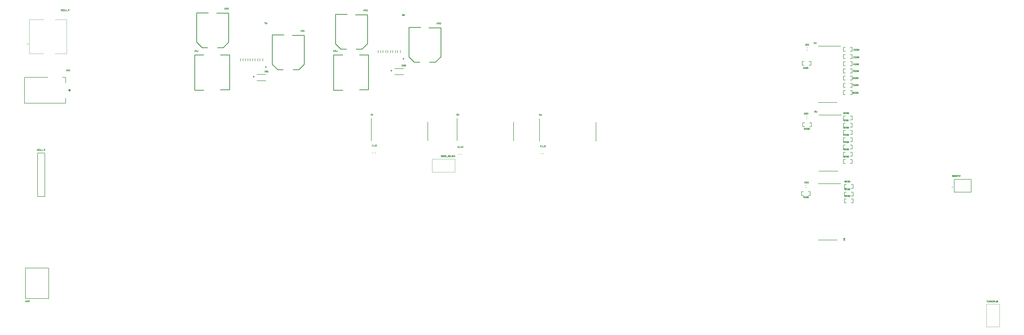
<source format=gbo>
G04*
G04 #@! TF.GenerationSoftware,Altium Limited,Altium Designer,19.1.3 (30)*
G04*
G04 Layer_Color=32896*
%FSLAX25Y25*%
%MOIN*%
G70*
G01*
G75*
%ADD10C,0.00787*%
%ADD11C,0.00600*%
%ADD12C,0.00500*%
%ADD13C,0.01000*%
%ADD14C,0.00700*%
%ADD15C,0.00709*%
%ADD110C,0.01575*%
%ADD111C,0.00394*%
D10*
X1276721Y240531D02*
G03*
X1276721Y240531I-394J0D01*
G01*
X4972Y437492D02*
G03*
X4972Y438279I0J394D01*
G01*
D02*
G03*
X4972Y437492I0J-394D01*
G01*
X26240Y129032D02*
X33740D01*
Y87032D02*
Y129032D01*
X1740Y87032D02*
X33740D01*
X1740D02*
Y129032D01*
X26240D01*
X1093008Y340010D02*
X1123854D01*
X1093008Y262490D02*
X1118992D01*
X1092008Y167740D02*
X1117992D01*
X1092008Y245260D02*
X1122854D01*
X1092008Y434760D02*
X1122854D01*
X1092008Y357240D02*
X1117992D01*
X18417Y227634D02*
Y287634D01*
X28417Y227634D02*
Y287634D01*
X18417Y227634D02*
X28417D01*
X18417Y287634D02*
X28417D01*
X708740Y304008D02*
Y334854D01*
X786260Y304008D02*
Y329992D01*
X595240Y304638D02*
Y335484D01*
X672760Y304638D02*
Y330622D01*
X477240Y304638D02*
Y335484D01*
X554760Y304638D02*
Y330622D01*
D11*
X509200Y404050D02*
X521600D01*
X509200Y395550D02*
X521600D01*
X517200Y425900D02*
Y429090D01*
X510500Y425900D02*
Y429090D01*
X503800Y425900D02*
Y429090D01*
X497100Y425900D02*
Y429090D01*
X490400Y425900D02*
Y429090D01*
X513400Y425900D02*
Y429090D01*
X506700Y425900D02*
Y429090D01*
X500000Y425900D02*
Y429090D01*
X493300Y425900D02*
Y429090D01*
X486600Y425900D02*
Y429090D01*
X319800Y395750D02*
X332200D01*
X319800Y387250D02*
X332200D01*
X327800Y414600D02*
Y417790D01*
X321100Y414600D02*
Y417790D01*
X314400Y414600D02*
Y417790D01*
X307700Y414600D02*
Y417790D01*
X301000Y414600D02*
Y417790D01*
X324000Y414600D02*
Y417790D01*
X317300Y414600D02*
Y417790D01*
X310600Y414600D02*
Y417790D01*
X303900Y414600D02*
Y417790D01*
X297200Y414600D02*
Y417790D01*
D12*
X374Y356386D02*
Y391819D01*
Y356386D02*
X57067D01*
X52539Y391819D02*
X57067D01*
Y356386D02*
Y363669D01*
X374Y391819D02*
X32461D01*
X57067Y384142D02*
Y391819D01*
X1302114Y233642D02*
Y251358D01*
X1278886Y233642D02*
X1302114D01*
X1278886D02*
Y251358D01*
X1302114D01*
X504250Y400634D02*
X505583Y401967D01*
X504250D02*
X505583Y400634D01*
X504250Y401300D02*
X505583D01*
X504916Y401967D02*
Y400634D01*
X522400Y418366D02*
X521067Y417033D01*
X522400D02*
X521067Y418366D01*
X522400Y417700D02*
X521067D01*
X521734Y417033D02*
Y418366D01*
X314850Y392334D02*
X316183Y393667D01*
X314850D02*
X316183Y392334D01*
X314850Y393000D02*
X316183D01*
X315516Y393667D02*
Y392334D01*
X333000Y407066D02*
X331667Y405733D01*
X333000D02*
X331667Y407066D01*
X333000Y406400D02*
X331667D01*
X332334Y405733D02*
Y407066D01*
X590767Y284066D02*
X591100Y284399D01*
X591767D01*
X592100Y284066D01*
Y282733D01*
X591767Y282400D01*
X591100D01*
X590767Y282733D01*
X589101Y284399D02*
X589767D01*
X590101Y284066D01*
Y282733D01*
X589767Y282400D01*
X589101D01*
X588768Y282733D01*
Y284066D01*
X589101Y284399D01*
X588101D02*
Y282400D01*
X586768D01*
X585102Y284399D02*
X585769D01*
X586102Y284066D01*
Y282733D01*
X585769Y282400D01*
X585102D01*
X584769Y282733D01*
Y284066D01*
X585102Y284399D01*
X584103Y282400D02*
Y284399D01*
X583103D01*
X582770Y284066D01*
Y283400D01*
X583103Y283066D01*
X584103D01*
X583436D02*
X582770Y282400D01*
X582103Y282067D02*
X580770D01*
X580104Y282400D02*
Y284399D01*
X579437Y283733D01*
X578771Y284399D01*
Y282400D01*
X577105Y284399D02*
X577771D01*
X578105Y284066D01*
Y282733D01*
X577771Y282400D01*
X577105D01*
X576772Y282733D01*
Y284066D01*
X577105Y284399D01*
X576105D02*
Y282400D01*
X575105D01*
X574772Y282733D01*
Y284066D01*
X575105Y284399D01*
X576105D01*
X572773D02*
X574106D01*
Y282400D01*
X572773D01*
X574106Y283400D02*
X573439D01*
X1338812Y83973D02*
Y81974D01*
X1337812D01*
X1337479Y82307D01*
Y82640D01*
X1337812Y82974D01*
X1338812D01*
X1337812D01*
X1337479Y83307D01*
Y83640D01*
X1337812Y83973D01*
X1338812D01*
X1336812D02*
Y81974D01*
X1335480D01*
X1334813D02*
Y83307D01*
X1334147Y83973D01*
X1333480Y83307D01*
Y81974D01*
Y82974D01*
X1334813D01*
X1331481Y83640D02*
X1331814Y83973D01*
X1332481D01*
X1332814Y83640D01*
Y82307D01*
X1332481Y81974D01*
X1331814D01*
X1331481Y82307D01*
X1330814Y83973D02*
Y81974D01*
Y82640D01*
X1329482Y83973D01*
X1330481Y82974D01*
X1329482Y81974D01*
X1327815Y83973D02*
X1328482D01*
X1328815Y83640D01*
Y82307D01*
X1328482Y81974D01*
X1327815D01*
X1327482Y82307D01*
Y83640D01*
X1327815Y83973D01*
X1326816D02*
Y82307D01*
X1326482Y81974D01*
X1325816D01*
X1325483Y82307D01*
Y83973D01*
X1324816D02*
X1323483D01*
X1324150D01*
Y81974D01*
X238818Y429310D02*
Y427311D01*
X237485D01*
X236819D02*
Y429310D01*
X235819D01*
X235486Y428977D01*
Y428311D01*
X235819Y427978D01*
X236819D01*
X234819Y427311D02*
X234153D01*
X234486D01*
Y429310D01*
X234819Y428977D01*
X523300Y478999D02*
Y477333D01*
X522967Y477000D01*
X522300D01*
X521967Y477333D01*
Y478999D01*
X521301Y478666D02*
X520967Y478999D01*
X520301D01*
X519968Y478666D01*
Y478333D01*
X520301Y478000D01*
X519968Y477666D01*
Y477333D01*
X520301Y477000D01*
X520967D01*
X521301Y477333D01*
Y477666D01*
X520967Y478000D01*
X521301Y478333D01*
Y478666D01*
X520967Y478000D02*
X520301D01*
X333900Y467699D02*
Y466033D01*
X333567Y465700D01*
X332900D01*
X332567Y466033D01*
Y467699D01*
X331901D02*
X330568D01*
Y467366D01*
X331901Y466033D01*
Y465700D01*
X1128999Y167000D02*
X1127333D01*
X1127000Y167333D01*
Y168000D01*
X1127333Y168333D01*
X1128999D01*
Y170332D02*
X1128666Y169666D01*
X1128000Y168999D01*
X1127333D01*
X1127000Y169333D01*
Y169999D01*
X1127333Y170332D01*
X1127666D01*
X1128000Y169999D01*
Y168999D01*
X1090300Y345599D02*
Y343933D01*
X1089967Y343600D01*
X1089300D01*
X1088967Y343933D01*
Y345599D01*
X1086968D02*
X1088301D01*
Y344600D01*
X1087634Y344933D01*
X1087301D01*
X1086968Y344600D01*
Y343933D01*
X1087301Y343600D01*
X1087967D01*
X1088301Y343933D01*
X1089300Y440299D02*
Y438633D01*
X1088967Y438300D01*
X1088300D01*
X1087967Y438633D01*
Y440299D01*
X1086301Y438300D02*
Y440299D01*
X1087301Y439300D01*
X1085968D01*
X711500Y341099D02*
Y339433D01*
X711167Y339100D01*
X710500D01*
X710167Y339433D01*
Y341099D01*
X709501Y340766D02*
X709167Y341099D01*
X708501D01*
X708168Y340766D01*
Y340433D01*
X708501Y340100D01*
X708834D01*
X708501D01*
X708168Y339766D01*
Y339433D01*
X708501Y339100D01*
X709167D01*
X709501Y339433D01*
X598000Y341699D02*
Y340033D01*
X597667Y339700D01*
X597000D01*
X596667Y340033D01*
Y341699D01*
X594668Y339700D02*
X596001D01*
X594668Y341033D01*
Y341366D01*
X595001Y341699D01*
X595667D01*
X596001Y341366D01*
X479300Y341699D02*
Y340033D01*
X478967Y339700D01*
X478300D01*
X477967Y340033D01*
Y341699D01*
X477301Y339700D02*
X476634D01*
X476967D01*
Y341699D01*
X477301Y341366D01*
X1286067Y256566D02*
X1286400Y256899D01*
X1287067D01*
X1287400Y256566D01*
Y256233D01*
X1287067Y255900D01*
X1286400D01*
X1286067Y255566D01*
Y255233D01*
X1286400Y254900D01*
X1287067D01*
X1287400Y255233D01*
X1285401Y256899D02*
X1284068D01*
X1284734D01*
Y254900D01*
X1283401D02*
Y256899D01*
X1282402D01*
X1282068Y256566D01*
Y255900D01*
X1282402Y255566D01*
X1283401D01*
X1282735D02*
X1282068Y254900D01*
X1280402Y256899D02*
X1281069D01*
X1281402Y256566D01*
Y255233D01*
X1281069Y254900D01*
X1280402D01*
X1280069Y255233D01*
Y256566D01*
X1280402Y256899D01*
X1279403D02*
Y254900D01*
X1278403D01*
X1278070Y255233D01*
Y255566D01*
X1278403Y255900D01*
X1279403D01*
X1278403D01*
X1278070Y256233D01*
Y256566D01*
X1278403Y256899D01*
X1279403D01*
X1276070D02*
X1277403D01*
Y254900D01*
X1276070D01*
X1277403Y255900D02*
X1276737D01*
X1135500Y227093D02*
Y229093D01*
X1134500D01*
X1134167Y228760D01*
Y228093D01*
X1134500Y227760D01*
X1135500D01*
X1134834D02*
X1134167Y227093D01*
X1133501D02*
Y229093D01*
X1132501D01*
X1132168Y228760D01*
Y228093D01*
X1132501Y227760D01*
X1133501D01*
X1132834D02*
X1132168Y227093D01*
X1130502D02*
Y229093D01*
X1131501Y228093D01*
X1130168D01*
X1129502Y228760D02*
X1129169Y229093D01*
X1128502D01*
X1128169Y228760D01*
Y227427D01*
X1128502Y227093D01*
X1129169D01*
X1129502Y227427D01*
Y228760D01*
X1135500Y236593D02*
Y238593D01*
X1134500D01*
X1134167Y238260D01*
Y237593D01*
X1134500Y237260D01*
X1135500D01*
X1134834D02*
X1134167Y236593D01*
X1133501D02*
Y238593D01*
X1132501D01*
X1132168Y238260D01*
Y237593D01*
X1132501Y237260D01*
X1133501D01*
X1132834D02*
X1132168Y236593D01*
X1131501Y238260D02*
X1131168Y238593D01*
X1130502D01*
X1130168Y238260D01*
Y237926D01*
X1130502Y237593D01*
X1130835D01*
X1130502D01*
X1130168Y237260D01*
Y236927D01*
X1130502Y236593D01*
X1131168D01*
X1131501Y236927D01*
X1129502D02*
X1129169Y236593D01*
X1128502D01*
X1128169Y236927D01*
Y238260D01*
X1128502Y238593D01*
X1129169D01*
X1129502Y238260D01*
Y237926D01*
X1129169Y237593D01*
X1128169D01*
X1135500Y247093D02*
Y249093D01*
X1134500D01*
X1134167Y248760D01*
Y248093D01*
X1134500Y247760D01*
X1135500D01*
X1134834D02*
X1134167Y247093D01*
X1133501D02*
Y249093D01*
X1132501D01*
X1132168Y248760D01*
Y248093D01*
X1132501Y247760D01*
X1133501D01*
X1132834D02*
X1132168Y247093D01*
X1131501Y248760D02*
X1131168Y249093D01*
X1130502D01*
X1130168Y248760D01*
Y248426D01*
X1130502Y248093D01*
X1130835D01*
X1130502D01*
X1130168Y247760D01*
Y247427D01*
X1130502Y247093D01*
X1131168D01*
X1131501Y247427D01*
X1129502Y248760D02*
X1129169Y249093D01*
X1128502D01*
X1128169Y248760D01*
Y248426D01*
X1128502Y248093D01*
X1128169Y247760D01*
Y247427D01*
X1128502Y247093D01*
X1129169D01*
X1129502Y247427D01*
Y247760D01*
X1129169Y248093D01*
X1129502Y248426D01*
Y248760D01*
X1129169Y248093D02*
X1128502D01*
X1078500Y225500D02*
Y227499D01*
X1077500D01*
X1077167Y227166D01*
Y226500D01*
X1077500Y226166D01*
X1078500D01*
X1077833D02*
X1077167Y225500D01*
X1076501D02*
Y227499D01*
X1075501D01*
X1075168Y227166D01*
Y226500D01*
X1075501Y226166D01*
X1076501D01*
X1075834D02*
X1075168Y225500D01*
X1074501Y227166D02*
X1074168Y227499D01*
X1073502D01*
X1073168Y227166D01*
Y226833D01*
X1073502Y226500D01*
X1073835D01*
X1073502D01*
X1073168Y226166D01*
Y225833D01*
X1073502Y225500D01*
X1074168D01*
X1074501Y225833D01*
X1072502Y227499D02*
X1071169D01*
Y227166D01*
X1072502Y225833D01*
Y225500D01*
X1134000Y281593D02*
Y283593D01*
X1133000D01*
X1132667Y283260D01*
Y282593D01*
X1133000Y282260D01*
X1134000D01*
X1133333D02*
X1132667Y281593D01*
X1132001D02*
Y283593D01*
X1131001D01*
X1130668Y283260D01*
Y282593D01*
X1131001Y282260D01*
X1132001D01*
X1131334D02*
X1130668Y281593D01*
X1130001Y283260D02*
X1129668Y283593D01*
X1129002D01*
X1128668Y283260D01*
Y282926D01*
X1129002Y282593D01*
X1129335D01*
X1129002D01*
X1128668Y282260D01*
Y281927D01*
X1129002Y281593D01*
X1129668D01*
X1130001Y281927D01*
X1126669Y283593D02*
X1127335Y283260D01*
X1128002Y282593D01*
Y281927D01*
X1127669Y281593D01*
X1127002D01*
X1126669Y281927D01*
Y282260D01*
X1127002Y282593D01*
X1128002D01*
X1134000Y291593D02*
Y293593D01*
X1133000D01*
X1132667Y293260D01*
Y292593D01*
X1133000Y292260D01*
X1134000D01*
X1133333D02*
X1132667Y291593D01*
X1132001D02*
Y293593D01*
X1131001D01*
X1130668Y293260D01*
Y292593D01*
X1131001Y292260D01*
X1132001D01*
X1131334D02*
X1130668Y291593D01*
X1130001Y293260D02*
X1129668Y293593D01*
X1129002D01*
X1128668Y293260D01*
Y292926D01*
X1129002Y292593D01*
X1129335D01*
X1129002D01*
X1128668Y292260D01*
Y291927D01*
X1129002Y291593D01*
X1129668D01*
X1130001Y291927D01*
X1126669Y293593D02*
X1128002D01*
Y292593D01*
X1127335Y292926D01*
X1127002D01*
X1126669Y292593D01*
Y291927D01*
X1127002Y291593D01*
X1127669D01*
X1128002Y291927D01*
X1134000Y301593D02*
Y303593D01*
X1133000D01*
X1132667Y303259D01*
Y302593D01*
X1133000Y302260D01*
X1134000D01*
X1133333D02*
X1132667Y301593D01*
X1132001D02*
Y303593D01*
X1131001D01*
X1130668Y303259D01*
Y302593D01*
X1131001Y302260D01*
X1132001D01*
X1131334D02*
X1130668Y301593D01*
X1130001Y303259D02*
X1129668Y303593D01*
X1129002D01*
X1128668Y303259D01*
Y302926D01*
X1129002Y302593D01*
X1129335D01*
X1129002D01*
X1128668Y302260D01*
Y301927D01*
X1129002Y301593D01*
X1129668D01*
X1130001Y301927D01*
X1127002Y301593D02*
Y303593D01*
X1128002Y302593D01*
X1126669D01*
X1134000Y311593D02*
Y313593D01*
X1133000D01*
X1132667Y313260D01*
Y312593D01*
X1133000Y312260D01*
X1134000D01*
X1133333D02*
X1132667Y311593D01*
X1132001D02*
Y313593D01*
X1131001D01*
X1130668Y313260D01*
Y312593D01*
X1131001Y312260D01*
X1132001D01*
X1131334D02*
X1130668Y311593D01*
X1130001Y313260D02*
X1129668Y313593D01*
X1129002D01*
X1128668Y313260D01*
Y312926D01*
X1129002Y312593D01*
X1129335D01*
X1129002D01*
X1128668Y312260D01*
Y311927D01*
X1129002Y311593D01*
X1129668D01*
X1130001Y311927D01*
X1128002Y313260D02*
X1127669Y313593D01*
X1127002D01*
X1126669Y313260D01*
Y312926D01*
X1127002Y312593D01*
X1127335D01*
X1127002D01*
X1126669Y312260D01*
Y311927D01*
X1127002Y311593D01*
X1127669D01*
X1128002Y311927D01*
X1134000Y321593D02*
Y323593D01*
X1133000D01*
X1132667Y323259D01*
Y322593D01*
X1133000Y322260D01*
X1134000D01*
X1133333D02*
X1132667Y321593D01*
X1132001D02*
Y323593D01*
X1131001D01*
X1130668Y323259D01*
Y322593D01*
X1131001Y322260D01*
X1132001D01*
X1131334D02*
X1130668Y321593D01*
X1130001Y323259D02*
X1129668Y323593D01*
X1129002D01*
X1128668Y323259D01*
Y322926D01*
X1129002Y322593D01*
X1129335D01*
X1129002D01*
X1128668Y322260D01*
Y321927D01*
X1129002Y321593D01*
X1129668D01*
X1130001Y321927D01*
X1126669Y321593D02*
X1128002D01*
X1126669Y322926D01*
Y323259D01*
X1127002Y323593D01*
X1127669D01*
X1128002Y323259D01*
X1133300Y331593D02*
Y333593D01*
X1132300D01*
X1131967Y333260D01*
Y332593D01*
X1132300Y332260D01*
X1133300D01*
X1132633D02*
X1131967Y331593D01*
X1131301D02*
Y333593D01*
X1130301D01*
X1129968Y333260D01*
Y332593D01*
X1130301Y332260D01*
X1131301D01*
X1130634D02*
X1129968Y331593D01*
X1129301Y333260D02*
X1128968Y333593D01*
X1128302D01*
X1127968Y333260D01*
Y332926D01*
X1128302Y332593D01*
X1128635D01*
X1128302D01*
X1127968Y332260D01*
Y331927D01*
X1128302Y331593D01*
X1128968D01*
X1129301Y331927D01*
X1127302Y331593D02*
X1126635D01*
X1126969D01*
Y333593D01*
X1127302Y333260D01*
X1134000Y341593D02*
Y343593D01*
X1133000D01*
X1132667Y343260D01*
Y342593D01*
X1133000Y342260D01*
X1134000D01*
X1133333D02*
X1132667Y341593D01*
X1132001D02*
Y343593D01*
X1131001D01*
X1130668Y343260D01*
Y342593D01*
X1131001Y342260D01*
X1132001D01*
X1131334D02*
X1130668Y341593D01*
X1130001Y343260D02*
X1129668Y343593D01*
X1129002D01*
X1128668Y343260D01*
Y342926D01*
X1129002Y342593D01*
X1129335D01*
X1129002D01*
X1128668Y342260D01*
Y341927D01*
X1129002Y341593D01*
X1129668D01*
X1130001Y341927D01*
X1128002Y343260D02*
X1127669Y343593D01*
X1127002D01*
X1126669Y343260D01*
Y341927D01*
X1127002Y341593D01*
X1127669D01*
X1128002Y341927D01*
Y343260D01*
X1080000Y320000D02*
Y321999D01*
X1079000D01*
X1078667Y321666D01*
Y321000D01*
X1079000Y320666D01*
X1080000D01*
X1079333D02*
X1078667Y320000D01*
X1078001D02*
Y321999D01*
X1077001D01*
X1076668Y321666D01*
Y321000D01*
X1077001Y320666D01*
X1078001D01*
X1077334D02*
X1076668Y320000D01*
X1074668D02*
X1076001D01*
X1074668Y321333D01*
Y321666D01*
X1075002Y321999D01*
X1075668D01*
X1076001Y321666D01*
X1074002Y320333D02*
X1073669Y320000D01*
X1073002D01*
X1072669Y320333D01*
Y321666D01*
X1073002Y321999D01*
X1073669D01*
X1074002Y321666D01*
Y321333D01*
X1073669Y321000D01*
X1072669D01*
X1147000Y369500D02*
Y371499D01*
X1146000D01*
X1145667Y371166D01*
Y370500D01*
X1146000Y370166D01*
X1147000D01*
X1146334D02*
X1145667Y369500D01*
X1145001D02*
Y371499D01*
X1144001D01*
X1143668Y371166D01*
Y370500D01*
X1144001Y370166D01*
X1145001D01*
X1144334D02*
X1143668Y369500D01*
X1141668D02*
X1143001D01*
X1141668Y370833D01*
Y371166D01*
X1142002Y371499D01*
X1142668D01*
X1143001Y371166D01*
X1141002D02*
X1140669Y371499D01*
X1140002D01*
X1139669Y371166D01*
Y370833D01*
X1140002Y370500D01*
X1139669Y370166D01*
Y369833D01*
X1140002Y369500D01*
X1140669D01*
X1141002Y369833D01*
Y370166D01*
X1140669Y370500D01*
X1141002Y370833D01*
Y371166D01*
X1140669Y370500D02*
X1140002D01*
X1146883Y380117D02*
Y382117D01*
X1145883D01*
X1145550Y381783D01*
Y381117D01*
X1145883Y380784D01*
X1146883D01*
X1146216D02*
X1145550Y380117D01*
X1144884D02*
Y382117D01*
X1143884D01*
X1143551Y381783D01*
Y381117D01*
X1143884Y380784D01*
X1144884D01*
X1144217D02*
X1143551Y380117D01*
X1141551D02*
X1142884D01*
X1141551Y381450D01*
Y381783D01*
X1141885Y382117D01*
X1142551D01*
X1142884Y381783D01*
X1140885Y382117D02*
X1139552D01*
Y381783D01*
X1140885Y380450D01*
Y380117D01*
X1146766Y390000D02*
Y391999D01*
X1145766D01*
X1145433Y391666D01*
Y391000D01*
X1145766Y390666D01*
X1146766D01*
X1146099D02*
X1145433Y390000D01*
X1144766D02*
Y391999D01*
X1143767D01*
X1143433Y391666D01*
Y391000D01*
X1143767Y390666D01*
X1144766D01*
X1144100D02*
X1143433Y390000D01*
X1141434D02*
X1142767D01*
X1141434Y391333D01*
Y391666D01*
X1141767Y391999D01*
X1142434D01*
X1142767Y391666D01*
X1139435Y391999D02*
X1140101Y391666D01*
X1140768Y391000D01*
Y390333D01*
X1140434Y390000D01*
X1139768D01*
X1139435Y390333D01*
Y390666D01*
X1139768Y391000D01*
X1140768D01*
X1147500Y399500D02*
Y401499D01*
X1146500D01*
X1146167Y401166D01*
Y400500D01*
X1146500Y400166D01*
X1147500D01*
X1146834D02*
X1146167Y399500D01*
X1145501D02*
Y401499D01*
X1144501D01*
X1144168Y401166D01*
Y400500D01*
X1144501Y400166D01*
X1145501D01*
X1144834D02*
X1144168Y399500D01*
X1142168D02*
X1143501D01*
X1142168Y400833D01*
Y401166D01*
X1142502Y401499D01*
X1143168D01*
X1143501Y401166D01*
X1140169Y401499D02*
X1141502D01*
Y400500D01*
X1140835Y400833D01*
X1140502D01*
X1140169Y400500D01*
Y399833D01*
X1140502Y399500D01*
X1141169D01*
X1141502Y399833D01*
X1147500Y409000D02*
Y410999D01*
X1146500D01*
X1146167Y410666D01*
Y410000D01*
X1146500Y409666D01*
X1147500D01*
X1146834D02*
X1146167Y409000D01*
X1145501D02*
Y410999D01*
X1144501D01*
X1144168Y410666D01*
Y410000D01*
X1144501Y409666D01*
X1145501D01*
X1144834D02*
X1144168Y409000D01*
X1142168D02*
X1143501D01*
X1142168Y410333D01*
Y410666D01*
X1142502Y410999D01*
X1143168D01*
X1143501Y410666D01*
X1140502Y409000D02*
Y410999D01*
X1141502Y410000D01*
X1140169D01*
X1148000Y418500D02*
Y420499D01*
X1147000D01*
X1146667Y420166D01*
Y419500D01*
X1147000Y419166D01*
X1148000D01*
X1147334D02*
X1146667Y418500D01*
X1146001D02*
Y420499D01*
X1145001D01*
X1144668Y420166D01*
Y419500D01*
X1145001Y419166D01*
X1146001D01*
X1145334D02*
X1144668Y418500D01*
X1142668D02*
X1144001D01*
X1142668Y419833D01*
Y420166D01*
X1143002Y420499D01*
X1143668D01*
X1144001Y420166D01*
X1142002D02*
X1141669Y420499D01*
X1141002D01*
X1140669Y420166D01*
Y419833D01*
X1141002Y419500D01*
X1141335D01*
X1141002D01*
X1140669Y419166D01*
Y418833D01*
X1141002Y418500D01*
X1141669D01*
X1142002Y418833D01*
X1148000Y429000D02*
Y430999D01*
X1147000D01*
X1146667Y430666D01*
Y430000D01*
X1147000Y429666D01*
X1148000D01*
X1147334D02*
X1146667Y429000D01*
X1146001D02*
Y430999D01*
X1145001D01*
X1144668Y430666D01*
Y430000D01*
X1145001Y429666D01*
X1146001D01*
X1145334D02*
X1144668Y429000D01*
X1142668D02*
X1144001D01*
X1142668Y430333D01*
Y430666D01*
X1143002Y430999D01*
X1143668D01*
X1144001Y430666D01*
X1140669Y429000D02*
X1142002D01*
X1140669Y430333D01*
Y430666D01*
X1141002Y430999D01*
X1141669D01*
X1142002Y430666D01*
X1077803Y403768D02*
Y405767D01*
X1076803D01*
X1076470Y405434D01*
Y404767D01*
X1076803Y404434D01*
X1077803D01*
X1077137D02*
X1076470Y403768D01*
X1075804D02*
Y405767D01*
X1074804D01*
X1074471Y405434D01*
Y404767D01*
X1074804Y404434D01*
X1075804D01*
X1075137D02*
X1074471Y403768D01*
X1072472D02*
X1073804D01*
X1072472Y405101D01*
Y405434D01*
X1072805Y405767D01*
X1073471D01*
X1073804Y405434D01*
X1071805Y403768D02*
X1071139D01*
X1071472D01*
Y405767D01*
X1071805Y405434D01*
X1840Y84131D02*
Y82132D01*
X2840D01*
X3173Y82465D01*
Y83132D01*
X2840Y83465D01*
X1840D01*
X3839Y82132D02*
X4506D01*
X4173D01*
Y84131D01*
X3839D01*
X4506D01*
X5506D02*
Y82132D01*
X6838Y84131D01*
Y82132D01*
X61750Y483422D02*
Y485421D01*
X60751D01*
X60417Y485088D01*
Y484422D01*
X60751Y484089D01*
X61750D01*
X59751Y483089D02*
X58418D01*
X57752Y485421D02*
Y483422D01*
X56419D01*
X54419Y485421D02*
X55752D01*
Y483422D01*
X54419D01*
X55752Y484422D02*
X55086D01*
X53753Y485421D02*
Y483422D01*
X52753D01*
X52420Y483755D01*
Y485088D01*
X52753Y485421D01*
X53753D01*
X50421Y483422D02*
X51754D01*
X50421Y484755D01*
Y485088D01*
X50754Y485421D01*
X51420D01*
X51754Y485088D01*
X28317Y290834D02*
Y292833D01*
X27318D01*
X26984Y292500D01*
Y291833D01*
X27318Y291500D01*
X28317D01*
X26318Y290501D02*
X24985D01*
X24319Y292833D02*
Y290834D01*
X22986D01*
X20986Y292833D02*
X22319D01*
Y290834D01*
X20986D01*
X22319Y291833D02*
X21653D01*
X20320Y292833D02*
Y290834D01*
X19320D01*
X18987Y291167D01*
Y292500D01*
X19320Y292833D01*
X20320D01*
X18321Y290834D02*
X17654D01*
X17987D01*
Y292833D01*
X18321Y292500D01*
X430700Y429299D02*
Y427300D01*
X429367D01*
X428701D02*
Y429299D01*
X427701D01*
X427368Y428966D01*
Y428300D01*
X427701Y427966D01*
X428701D01*
X425368Y427300D02*
X426701D01*
X425368Y428633D01*
Y428966D01*
X425702Y429299D01*
X426368D01*
X426701Y428966D01*
X61946Y402674D02*
X62612D01*
X62279D01*
Y401008D01*
X62612Y400675D01*
X62946D01*
X63279Y401008D01*
X61280Y402674D02*
X60613D01*
X60946D01*
Y400675D01*
X61280D01*
X60613D01*
X59614D02*
Y402674D01*
X58281Y400675D01*
Y402674D01*
X524600Y409399D02*
Y407400D01*
X523600D01*
X523267Y407733D01*
Y409066D01*
X523600Y409399D01*
X524600D01*
X522601Y407400D02*
Y409399D01*
X521601D01*
X521268Y409066D01*
Y408400D01*
X521601Y408066D01*
X522601D01*
X519268Y407400D02*
X520601D01*
X519268Y408733D01*
Y409066D01*
X519602Y409399D01*
X520268D01*
X520601Y409066D01*
X335200Y400999D02*
Y399000D01*
X334200D01*
X333867Y399333D01*
Y400666D01*
X334200Y400999D01*
X335200D01*
X333201Y399000D02*
Y400999D01*
X332201D01*
X331868Y400666D01*
Y400000D01*
X332201Y399666D01*
X333201D01*
X331201Y399000D02*
X330535D01*
X330868D01*
Y400999D01*
X331201Y400666D01*
X1077167Y247666D02*
X1077500Y247999D01*
X1078167D01*
X1078500Y247666D01*
Y246333D01*
X1078167Y246000D01*
X1077500D01*
X1077167Y246333D01*
X1076501Y246000D02*
Y247999D01*
X1075501D01*
X1075168Y247666D01*
Y247000D01*
X1075501Y246666D01*
X1076501D01*
X1075834D02*
X1075168Y246000D01*
X1074501Y247666D02*
X1074168Y247999D01*
X1073502D01*
X1073168Y247666D01*
Y247333D01*
X1073502Y247000D01*
X1073835D01*
X1073502D01*
X1073168Y246666D01*
Y246333D01*
X1073502Y246000D01*
X1074168D01*
X1074501Y246333D01*
X1076667Y342666D02*
X1077000Y342999D01*
X1077667D01*
X1078000Y342666D01*
Y341333D01*
X1077667Y341000D01*
X1077000D01*
X1076667Y341333D01*
X1076001Y341000D02*
Y342999D01*
X1075001D01*
X1074668Y342666D01*
Y342000D01*
X1075001Y341666D01*
X1076001D01*
X1075334D02*
X1074668Y341000D01*
X1072668D02*
X1074001D01*
X1072668Y342333D01*
Y342666D01*
X1073002Y342999D01*
X1073668D01*
X1074001Y342666D01*
X1077667Y437666D02*
X1078000Y437999D01*
X1078667D01*
X1079000Y437666D01*
Y436333D01*
X1078667Y436000D01*
X1078000D01*
X1077667Y436333D01*
X1077001Y436000D02*
Y437999D01*
X1076001D01*
X1075668Y437666D01*
Y437000D01*
X1076001Y436666D01*
X1077001D01*
X1076334D02*
X1075668Y436000D01*
X1075001D02*
X1074335D01*
X1074668D01*
Y437999D01*
X1075001Y437666D01*
X470567Y484966D02*
X470900Y485299D01*
X471567D01*
X471900Y484966D01*
Y483633D01*
X471567Y483300D01*
X470900D01*
X470567Y483633D01*
X469901Y483300D02*
Y485299D01*
X468901D01*
X468568Y484966D01*
Y484300D01*
X468901Y483966D01*
X469901D01*
X466902Y483300D02*
Y485299D01*
X467901Y484300D01*
X466568D01*
X571567Y466966D02*
X571900Y467299D01*
X572567D01*
X572900Y466966D01*
Y465633D01*
X572567Y465300D01*
X571900D01*
X571567Y465633D01*
X570901Y465300D02*
Y467299D01*
X569901D01*
X569568Y466966D01*
Y466300D01*
X569901Y465966D01*
X570901D01*
X568901Y466966D02*
X568568Y467299D01*
X567902D01*
X567568Y466966D01*
Y466633D01*
X567902Y466300D01*
X568235D01*
X567902D01*
X567568Y465966D01*
Y465633D01*
X567902Y465300D01*
X568568D01*
X568901Y465633D01*
X279750Y487170D02*
X280083Y487503D01*
X280749D01*
X281083Y487170D01*
Y485837D01*
X280749Y485504D01*
X280083D01*
X279750Y485837D01*
X279083Y485504D02*
Y487503D01*
X278084D01*
X277750Y487170D01*
Y486504D01*
X278084Y486170D01*
X279083D01*
X275751Y485504D02*
X277084D01*
X275751Y486837D01*
Y487170D01*
X276084Y487503D01*
X276751D01*
X277084Y487170D01*
X383667Y456666D02*
X384000Y456999D01*
X384667D01*
X385000Y456666D01*
Y455333D01*
X384667Y455000D01*
X384000D01*
X383667Y455333D01*
X383001Y455000D02*
Y456999D01*
X382001D01*
X381668Y456666D01*
Y456000D01*
X382001Y455666D01*
X383001D01*
X381001Y455000D02*
X380335D01*
X380668D01*
Y456999D01*
X381001Y456666D01*
X715467Y297516D02*
X715800Y297850D01*
X716467D01*
X716800Y297516D01*
Y296184D01*
X716467Y295850D01*
X715800D01*
X715467Y296184D01*
X714801Y297850D02*
Y295850D01*
X713468D01*
X712801D02*
X712135D01*
X712468D01*
Y297850D01*
X712801Y297516D01*
X711135D02*
X710802Y297850D01*
X710136D01*
X709802Y297516D01*
Y297183D01*
X710136Y296850D01*
X710469D01*
X710136D01*
X709802Y296517D01*
Y296184D01*
X710136Y295850D01*
X710802D01*
X711135Y296184D01*
X601967Y296566D02*
X602300Y296899D01*
X602967D01*
X603300Y296566D01*
Y295233D01*
X602967Y294900D01*
X602300D01*
X601967Y295233D01*
X601301Y296899D02*
Y294900D01*
X599968D01*
X599301D02*
X598635D01*
X598968D01*
Y296899D01*
X599301Y296566D01*
X596302Y294900D02*
X597635D01*
X596302Y296233D01*
Y296566D01*
X596635Y296899D01*
X597302D01*
X597635Y296566D01*
X483367Y298566D02*
X483700Y298899D01*
X484367D01*
X484700Y298566D01*
Y297233D01*
X484367Y296900D01*
X483700D01*
X483367Y297233D01*
X482701Y298899D02*
Y296900D01*
X481368D01*
X480701D02*
X480035D01*
X480368D01*
Y298899D01*
X480701Y298566D01*
X479035Y296900D02*
X478369D01*
X478702D01*
Y298899D01*
X479035Y298566D01*
D13*
X557400Y412835D02*
X565400D01*
X572900Y420335D01*
Y460335D01*
X556400D02*
X572900D01*
X536400Y412835D02*
X543900D01*
X528900Y420335D02*
X536400Y412835D01*
X528900Y420335D02*
Y460835D01*
X544900D01*
X427900Y478800D02*
X443900D01*
X427900Y438300D02*
Y478800D01*
Y438300D02*
X435400Y430800D01*
X442900D01*
X455400Y478300D02*
X471900D01*
Y438300D02*
Y478300D01*
X464400Y430800D02*
X471900Y438300D01*
X456400Y430800D02*
X464400D01*
X460900Y374800D02*
X473400D01*
Y422800D01*
X460900D02*
X473400D01*
X425400D02*
X437900D01*
X425400Y374300D02*
Y422800D01*
Y374300D02*
X437900D01*
X237083Y481004D02*
X253083D01*
X237083Y440504D02*
Y481004D01*
Y440504D02*
X244583Y433004D01*
X252083D01*
X264583Y480504D02*
X281083D01*
Y440504D02*
Y480504D01*
X273583Y433004D02*
X281083Y440504D01*
X265583Y433004D02*
X273583D01*
X269618Y374811D02*
X282118D01*
Y422811D01*
X269618D02*
X282118D01*
X234118D02*
X246618D01*
X234118Y374311D02*
Y422811D01*
Y374311D02*
X246618D01*
X369500Y402500D02*
X377500D01*
X385000Y410000D01*
Y450000D01*
X368500D02*
X385000D01*
X348500Y402500D02*
X356000D01*
X341000Y410000D02*
X348500Y402500D01*
X341000Y410000D02*
Y450500D01*
X357000D01*
D14*
X1078400Y234227D02*
X1080998D01*
Y228780D02*
Y234227D01*
X1078400Y228780D02*
X1080998D01*
X1069002D02*
X1071600D01*
X1069002D02*
Y234227D01*
X1071600D01*
X1079900Y329227D02*
X1082498D01*
Y323780D02*
Y329227D01*
X1079900Y323780D02*
X1082498D01*
X1070502D02*
X1073100D01*
X1070502D02*
Y329227D01*
X1073100D01*
X1079203Y413994D02*
X1081801D01*
Y408548D02*
Y413994D01*
X1079203Y408548D02*
X1081801D01*
X1069805D02*
X1072403D01*
X1069805D02*
Y413994D01*
X1072403D01*
X1126502Y378190D02*
X1129100D01*
X1126502D02*
Y383637D01*
X1129100D01*
X1135900D02*
X1138498D01*
Y378190D02*
Y383637D01*
X1135900Y378190D02*
X1138498D01*
X1126502Y388107D02*
X1129100D01*
X1126502D02*
Y393553D01*
X1129100D01*
X1135900D02*
X1138498D01*
Y388107D02*
Y393553D01*
X1135900Y388107D02*
X1138498D01*
X1126502Y398023D02*
X1129100D01*
X1126502D02*
Y403470D01*
X1129100D01*
X1135900D02*
X1138498D01*
Y398023D02*
Y403470D01*
X1135900Y398023D02*
X1138498D01*
X1126502Y407940D02*
X1129100D01*
X1126502D02*
Y413387D01*
X1129100D01*
X1135900D02*
X1138498D01*
Y407940D02*
Y413387D01*
X1135900Y407940D02*
X1138498D01*
X1126502Y417857D02*
X1129100D01*
X1126502D02*
Y423303D01*
X1129100D01*
X1135900D02*
X1138498D01*
Y417857D02*
Y423303D01*
X1135900Y417857D02*
X1138498D01*
X1126502Y368273D02*
X1129100D01*
X1126502D02*
Y373720D01*
X1129100D01*
X1135900D02*
X1138498D01*
Y368273D02*
Y373720D01*
X1135900Y368273D02*
X1138498D01*
X1126502Y427773D02*
X1129100D01*
X1126502D02*
Y433220D01*
X1129100D01*
X1135900D02*
X1138498D01*
Y427773D02*
Y433220D01*
X1135900Y427773D02*
X1138498D01*
X1126502Y293273D02*
X1129100D01*
X1126502D02*
Y298720D01*
X1129100D01*
X1135900D02*
X1138498D01*
Y293273D02*
Y298720D01*
X1135900Y293273D02*
X1138498D01*
X1126502Y283273D02*
X1129100D01*
X1126502D02*
Y288720D01*
X1129100D01*
X1135900D02*
X1138498D01*
Y283273D02*
Y288720D01*
X1135900Y283273D02*
X1138498D01*
X1126502Y273273D02*
X1129100D01*
X1126502D02*
Y278720D01*
X1129100D01*
X1135900D02*
X1138498D01*
Y273273D02*
Y278720D01*
X1135900Y273273D02*
X1138498D01*
X1128002Y238773D02*
X1130600D01*
X1128002D02*
Y244220D01*
X1130600D01*
X1137400D02*
X1139998D01*
Y238773D02*
Y244220D01*
X1137400Y238773D02*
X1139998D01*
X1128002Y228273D02*
X1130600D01*
X1128002D02*
Y233720D01*
X1130600D01*
X1137400D02*
X1139998D01*
Y228273D02*
Y233720D01*
X1137400Y228273D02*
X1139998D01*
X1128002Y218773D02*
X1130600D01*
X1128002D02*
Y224220D01*
X1130600D01*
X1137400D02*
X1139998D01*
Y218773D02*
Y224220D01*
X1137400Y218773D02*
X1139998D01*
X1126502Y333273D02*
X1129100D01*
X1126502D02*
Y338720D01*
X1129100D01*
X1135900D02*
X1138498D01*
Y333273D02*
Y338720D01*
X1135900Y333273D02*
X1138498D01*
X1126502Y323273D02*
X1129100D01*
X1126502D02*
Y328720D01*
X1129100D01*
X1135900D02*
X1138498D01*
Y323273D02*
Y328720D01*
X1135900Y323273D02*
X1138498D01*
X1126502Y303273D02*
X1129100D01*
X1126502D02*
Y308720D01*
X1129100D01*
X1135900D02*
X1138498D01*
Y303273D02*
Y308720D01*
X1135900Y303273D02*
X1138498D01*
X1126502Y313273D02*
X1129100D01*
X1126502D02*
Y318720D01*
X1129100D01*
X1135900D02*
X1138498D01*
Y313273D02*
Y318720D01*
X1135900Y313273D02*
X1138498D01*
D15*
X1074685Y239886D02*
X1075315D01*
X1074685Y243114D02*
X1075315D01*
X1076035Y334886D02*
X1076665D01*
X1076035Y338114D02*
X1076665D01*
X1076185Y429386D02*
X1076815D01*
X1076185Y432614D02*
X1076815D01*
X714114Y286685D02*
Y287315D01*
X710886Y286685D02*
Y287315D01*
X482614Y287685D02*
Y288315D01*
X479386Y287685D02*
Y288315D01*
X600614Y285685D02*
Y286315D01*
X597386Y285685D02*
Y286315D01*
D110*
X62972Y374102D02*
G03*
X62972Y374102I-787J0D01*
G01*
D111*
X1328398Y79240D02*
X1341350D01*
Y47783D02*
Y79240D01*
X1323161Y47783D02*
X1341350D01*
X1323161D02*
Y79240D01*
X1328398D01*
X592366Y261150D02*
Y274102D01*
X560910Y261150D02*
X592366D01*
X560910D02*
Y279339D01*
X592366D01*
Y274102D02*
Y279339D01*
X42374Y424500D02*
X58122D01*
Y471744D01*
X42374D02*
X58122D01*
X6941Y424500D02*
X26626D01*
X6941D02*
Y471744D01*
X26626D01*
M02*

</source>
